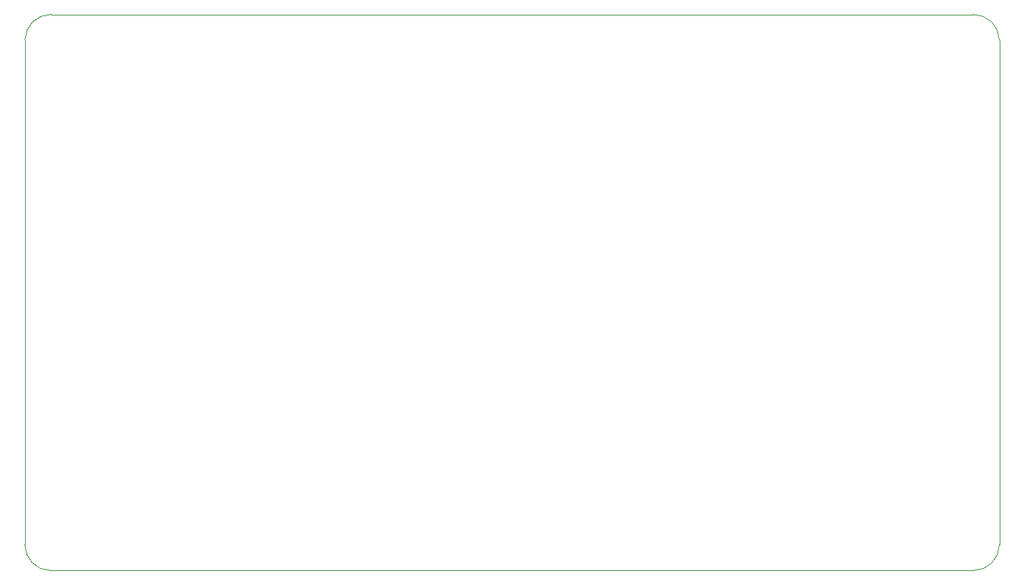
<source format=gbr>
%TF.GenerationSoftware,KiCad,Pcbnew,(5.1.9)-1*%
%TF.CreationDate,2021-03-15T23:27:25+01:00*%
%TF.ProjectId,fendt-teensy-aog-smd,66656e64-742d-4746-9565-6e73792d616f,rev?*%
%TF.SameCoordinates,Original*%
%TF.FileFunction,Profile,NP*%
%FSLAX46Y46*%
G04 Gerber Fmt 4.6, Leading zero omitted, Abs format (unit mm)*
G04 Created by KiCad (PCBNEW (5.1.9)-1) date 2021-03-15 23:27:25*
%MOMM*%
%LPD*%
G01*
G04 APERTURE LIST*
%TA.AperFunction,Profile*%
%ADD10C,0.100000*%
%TD*%
G04 APERTURE END LIST*
D10*
X69930000Y-49562000D02*
X175930000Y-49562000D01*
X178930000Y-110562000D02*
X178930000Y-52562000D01*
X175930000Y-49562000D02*
G75*
G02*
X178930000Y-52562000I0J-3000000D01*
G01*
X178930000Y-110562000D02*
G75*
G02*
X175930000Y-113562000I-3000000J0D01*
G01*
X69930000Y-113562000D02*
G75*
G02*
X66930000Y-110562000I0J3000000D01*
G01*
X66930000Y-52562000D02*
G75*
G02*
X69930000Y-49562000I3000000J0D01*
G01*
X66930000Y-110562000D02*
X66930000Y-52562000D01*
X175930000Y-113562000D02*
X69930000Y-113562000D01*
M02*

</source>
